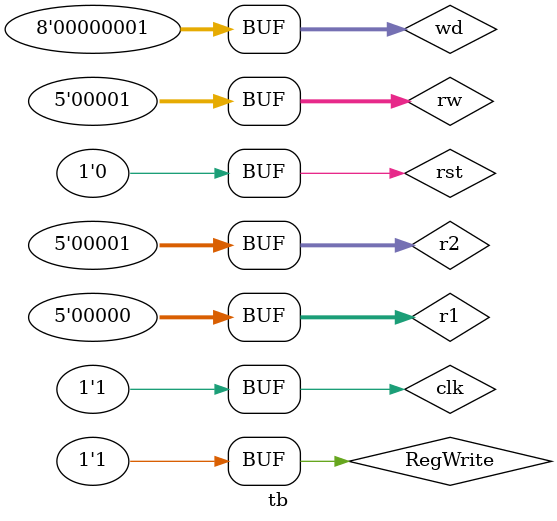
<source format=v>
`timescale 1ns / 1ps


module tb();

parameter n=8;
reg clk;
reg rst;
reg [4:0] r1,r2,rw;
reg [n-1:0] wd;
reg RegWrite;
wire [n-1:0] rd1,rd2;

	RegFile #(.n(n))uut(clk,rst,r1,r2,rw,wd,RegWrite,rd1,rd2);
parameter PERIOD=2;
    
    always begin
    clk=1'b0;
    #(PERIOD/2);
    clk=1'b1;
    #(PERIOD/2);
    end 
	 initial begin
    rst=1;
    #10
    rst=0;
    RegWrite=1;
	wd=1;
	rw=0;
	r1=0;
	r2=1;
    #10;
    RegWrite=0;
	wd=0;
    #10;
    wd=1;
	rw=1;
	RegWrite=1;
    end
endmodule 

</source>
